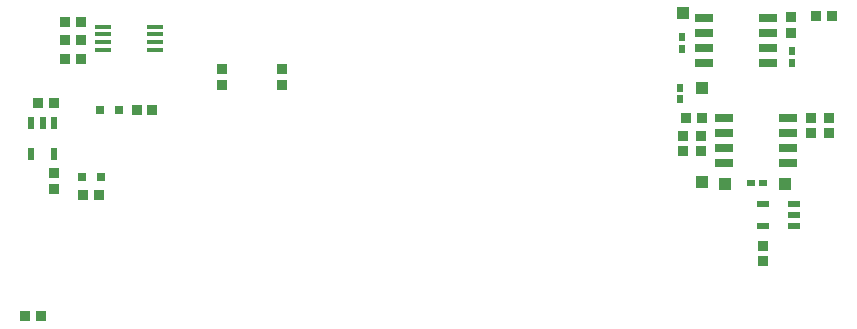
<source format=gtp>
G04*
G04 #@! TF.GenerationSoftware,Altium Limited,Altium Designer,20.1.12 (249)*
G04*
G04 Layer_Color=8421504*
%FSLAX44Y44*%
%MOMM*%
G71*
G04*
G04 #@! TF.SameCoordinates,5963EE20-531D-4955-9439-85CF453D8019*
G04*
G04*
G04 #@! TF.FilePolarity,Positive*
G04*
G01*
G75*
%ADD15R,0.9400X0.8300*%
%ADD16R,1.0500X0.6000*%
%ADD17R,0.8300X0.9400*%
%ADD18R,0.8000X0.8000*%
%ADD19R,0.6000X1.0500*%
%ADD20R,1.0000X1.0000*%
%ADD21R,0.6000X0.8000*%
%ADD22R,1.5260X0.6500*%
%ADD23R,0.8000X0.6000*%
%ADD24R,1.3970X0.4318*%
D15*
X653000Y241108D02*
D03*
Y254307D02*
D03*
X53000Y302358D02*
D03*
Y315557D02*
D03*
X709270Y349400D02*
D03*
Y362600D02*
D03*
X693828D02*
D03*
Y349400D02*
D03*
X600443Y334165D02*
D03*
Y347365D02*
D03*
X585000D02*
D03*
Y334165D02*
D03*
X246000Y390400D02*
D03*
Y403600D02*
D03*
X195000Y390400D02*
D03*
Y403600D02*
D03*
X676527Y447600D02*
D03*
Y434400D02*
D03*
D16*
X679000Y270500D02*
D03*
Y280000D02*
D03*
Y289500D02*
D03*
X653000D02*
D03*
Y270500D02*
D03*
D17*
X39400Y374992D02*
D03*
X52600D02*
D03*
X90600Y296965D02*
D03*
X77400D02*
D03*
X41600Y195000D02*
D03*
X28400D02*
D03*
X697820Y448592D02*
D03*
X711020D02*
D03*
X601393Y362257D02*
D03*
X588192D02*
D03*
X62400Y444000D02*
D03*
X75600D02*
D03*
X62400Y428000D02*
D03*
X75600D02*
D03*
X62400Y412557D02*
D03*
X75600D02*
D03*
X135892Y369239D02*
D03*
X122692D02*
D03*
D18*
X76263Y312708D02*
D03*
X92263D02*
D03*
X92000Y369239D02*
D03*
X108000D02*
D03*
D19*
X52500Y358000D02*
D03*
X43000D02*
D03*
X33500D02*
D03*
Y332000D02*
D03*
X52500D02*
D03*
D20*
X621000Y306000D02*
D03*
X601000Y308000D02*
D03*
X672000Y306000D02*
D03*
X601000Y388000D02*
D03*
X585000Y451000D02*
D03*
D21*
X583000Y378000D02*
D03*
Y388000D02*
D03*
X584243Y421000D02*
D03*
Y431000D02*
D03*
X677227Y409207D02*
D03*
Y419207D02*
D03*
D22*
X602915Y447050D02*
D03*
Y434350D02*
D03*
Y421650D02*
D03*
Y408950D02*
D03*
X657155D02*
D03*
Y421650D02*
D03*
Y434350D02*
D03*
Y447050D02*
D03*
X620215Y362050D02*
D03*
Y349350D02*
D03*
Y336650D02*
D03*
Y323950D02*
D03*
X674455D02*
D03*
Y336650D02*
D03*
Y349350D02*
D03*
Y362050D02*
D03*
D23*
X643000Y306938D02*
D03*
X653000D02*
D03*
D24*
X138098Y439750D02*
D03*
Y433250D02*
D03*
Y426750D02*
D03*
Y420250D02*
D03*
X93902D02*
D03*
Y426750D02*
D03*
Y433250D02*
D03*
Y439750D02*
D03*
M02*

</source>
